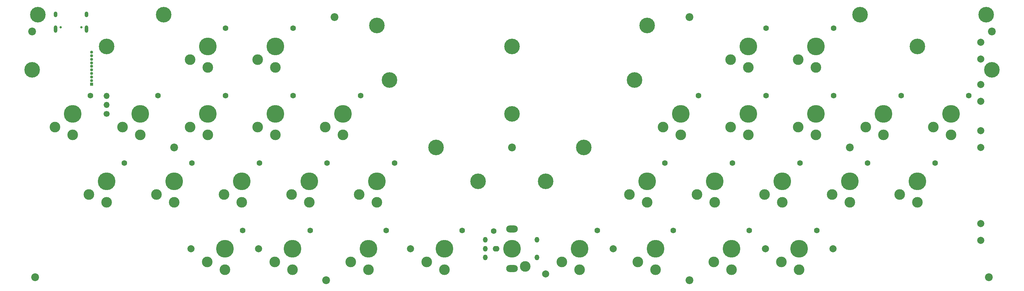
<source format=gts>
G04 #@! TF.GenerationSoftware,KiCad,Pcbnew,8.0.5*
G04 #@! TF.CreationDate,2024-09-18T06:09:18+09:00*
G04 #@! TF.ProjectId,SandyLP_Base,53616e64-794c-4505-9f42-6173652e6b69,v.0*
G04 #@! TF.SameCoordinates,Original*
G04 #@! TF.FileFunction,Soldermask,Top*
G04 #@! TF.FilePolarity,Negative*
%FSLAX46Y46*%
G04 Gerber Fmt 4.6, Leading zero omitted, Abs format (unit mm)*
G04 Created by KiCad (PCBNEW 8.0.5) date 2024-09-18 06:09:18*
%MOMM*%
%LPD*%
G01*
G04 APERTURE LIST*
%ADD10C,3.000000*%
%ADD11C,5.000000*%
%ADD12C,1.600000*%
%ADD13C,2.200000*%
%ADD14O,3.300000X2.000000*%
%ADD15O,1.900000X1.600000*%
%ADD16O,1.300000X1.600000*%
%ADD17C,2.000000*%
%ADD18C,0.650000*%
%ADD19O,1.000000X1.600000*%
%ADD20O,1.000000X2.100000*%
%ADD21C,3.600000*%
%ADD22C,4.400000*%
%ADD23R,0.850000X0.850000*%
%ADD24O,0.850000X0.850000*%
%ADD25C,1.700000*%
%ADD26O,1.700000X1.700000*%
G04 APERTURE END LIST*
D10*
X230371695Y-87903685D03*
D11*
X235371695Y-84153685D03*
D10*
X235371695Y-90103685D03*
D12*
X240371695Y-79003685D03*
D10*
X249421775Y-87903685D03*
D11*
X254421775Y-84153685D03*
D10*
X254421775Y-90103685D03*
D12*
X259421775Y-79003685D03*
D10*
X49395935Y-68853565D03*
D11*
X54395935Y-65103565D03*
D10*
X54395935Y-71053565D03*
D12*
X59395935Y-59953565D03*
D10*
X77970935Y-87903645D03*
D11*
X82970935Y-84153645D03*
D10*
X82970935Y-90103645D03*
D12*
X87970935Y-79003645D03*
D10*
X87495935Y-68853565D03*
D11*
X92495935Y-65103565D03*
D10*
X92495935Y-71053565D03*
D12*
X97495935Y-59953565D03*
D10*
X87495935Y-49803485D03*
D11*
X92495935Y-46053485D03*
D10*
X92495935Y-52003485D03*
D12*
X97495935Y-40903485D03*
D10*
X106545935Y-68853565D03*
D11*
X111545935Y-65103565D03*
D10*
X111545935Y-71053565D03*
D12*
X116545935Y-59953565D03*
D10*
X220846655Y-49803525D03*
D11*
X225846655Y-46053525D03*
D10*
X225846655Y-52003525D03*
D12*
X230846655Y-40903525D03*
D10*
X220846655Y-68853605D03*
D11*
X225846655Y-65103605D03*
D10*
X225846655Y-71053605D03*
D12*
X230846655Y-59953605D03*
D10*
X239896735Y-68853605D03*
D11*
X244896735Y-65103605D03*
D10*
X244896735Y-71053605D03*
D12*
X249896735Y-59953605D03*
D10*
X211321615Y-87903645D03*
D11*
X216321615Y-84153645D03*
D10*
X216321615Y-90103645D03*
D12*
X221321615Y-79003645D03*
D10*
X192271535Y-87903645D03*
D11*
X197271535Y-84153645D03*
D10*
X197271535Y-90103645D03*
D12*
X202271535Y-79003645D03*
D10*
X239896735Y-49803525D03*
D11*
X244896735Y-46053525D03*
D10*
X244896735Y-52003525D03*
D12*
X249896735Y-40903525D03*
D10*
X97020935Y-87903645D03*
D11*
X102020935Y-84153645D03*
D10*
X102020935Y-90103645D03*
D12*
X107020935Y-79003645D03*
D10*
X68445935Y-49803485D03*
D11*
X73445935Y-46053485D03*
D10*
X73445935Y-52003485D03*
D12*
X78445935Y-40903485D03*
D10*
X58920935Y-87903645D03*
D11*
X63920935Y-84153645D03*
D10*
X63920935Y-90103645D03*
D12*
X68920935Y-79003645D03*
D10*
X39870935Y-87903645D03*
D11*
X44870935Y-84153645D03*
D10*
X44870935Y-90103645D03*
D12*
X49870935Y-79003645D03*
D10*
X92258435Y-106953765D03*
D11*
X97258435Y-103203765D03*
D10*
X97258435Y-109153765D03*
D12*
X102258435Y-98053765D03*
D10*
X216083435Y-106953765D03*
D11*
X221083435Y-103203765D03*
D10*
X221083435Y-109153765D03*
D12*
X226083435Y-98053765D03*
D10*
X277995935Y-68853605D03*
D11*
X282995935Y-65103605D03*
D10*
X282995935Y-71053605D03*
D12*
X287995935Y-59953605D03*
D10*
X258945975Y-68853765D03*
D11*
X263945975Y-65103765D03*
D10*
X263945975Y-71053765D03*
D12*
X268945975Y-59953765D03*
D10*
X30345935Y-68853765D03*
D11*
X35345935Y-65103765D03*
D10*
X35345935Y-71053765D03*
D12*
X40345935Y-59953765D03*
D10*
X268472015Y-87903685D03*
D11*
X273472015Y-84153685D03*
D10*
X273472015Y-90103685D03*
D12*
X278472015Y-79003685D03*
D10*
X68445935Y-68853565D03*
D11*
X73445935Y-65103565D03*
D10*
X73445935Y-71053565D03*
D12*
X78445935Y-59953565D03*
D13*
X23895935Y-41840905D03*
X109164685Y-37719030D03*
X209177185Y-37719030D03*
D10*
X73208434Y-106953765D03*
D11*
X78208434Y-103203765D03*
D10*
X78208434Y-109153765D03*
D12*
X83208434Y-98053765D03*
D13*
X294445935Y-41840905D03*
D10*
X201796575Y-68853565D03*
D11*
X206796575Y-65103565D03*
D10*
X206796575Y-71053565D03*
D12*
X211796575Y-59953565D03*
D10*
X113689685Y-106953405D03*
D11*
X118689685Y-103203405D03*
D10*
X118689685Y-109153405D03*
D12*
X123689685Y-98053405D03*
D13*
X106783435Y-112087780D03*
X24695935Y-111287780D03*
D10*
X235133435Y-106953405D03*
D11*
X240133435Y-103203405D03*
D10*
X240133435Y-109153405D03*
D12*
X245133435Y-98053405D03*
D14*
X159170935Y-108803765D03*
D10*
X162920935Y-108203765D03*
D15*
X154670935Y-103203765D03*
D11*
X159170935Y-103203765D03*
D12*
X154020935Y-98203765D03*
D14*
X159170935Y-97603765D03*
D16*
X151670935Y-100703765D03*
X151670935Y-105703765D03*
X151670935Y-103203765D03*
X166170935Y-100703765D03*
X166170935Y-105703765D03*
D10*
X135121375Y-106953765D03*
D11*
X140121375Y-103203765D03*
D10*
X140121375Y-109153765D03*
D12*
X145121375Y-98053765D03*
D10*
X116070935Y-87903405D03*
D11*
X121070935Y-84153405D03*
D10*
X121070935Y-90103405D03*
D12*
X126070935Y-79003405D03*
D10*
X194652185Y-106953405D03*
D11*
X199652185Y-103203405D03*
D10*
X199652185Y-109153405D03*
D12*
X204652185Y-98053405D03*
D10*
X173220975Y-106953765D03*
D11*
X178220975Y-103203765D03*
D10*
X178220975Y-109153765D03*
D12*
X183220975Y-98053765D03*
D13*
X293645935Y-111287780D03*
X63920935Y-74628405D03*
X254420935Y-74628405D03*
X159170935Y-74628405D03*
X209177185Y-112087780D03*
D17*
X130595934Y-103203405D03*
X187745934Y-103203405D03*
X249658434Y-103203405D03*
X68683434Y-103203405D03*
X291330310Y-69865905D03*
X291330310Y-96059655D03*
X230608434Y-103203405D03*
X291330310Y-49625280D03*
X291330310Y-74628405D03*
X291330310Y-56769030D03*
X291330310Y-61531530D03*
D18*
X31955935Y-40647115D03*
X37735935Y-40647115D03*
D19*
X30525935Y-36997115D03*
D20*
X30525935Y-41177115D03*
D19*
X39165935Y-36997115D03*
D20*
X39165935Y-41177115D03*
D17*
X168696059Y-110347219D03*
X291330310Y-44862780D03*
X87733434Y-103203405D03*
D21*
X257345935Y-37078405D03*
D22*
X257345935Y-37078405D03*
D21*
X124642810Y-55578405D03*
D22*
X124642810Y-55578405D03*
D21*
X149645935Y-84153405D03*
D22*
X149645935Y-84153405D03*
D23*
X40658435Y-56684655D03*
D24*
X40658435Y-55684655D03*
X40658435Y-54684655D03*
X40658435Y-53684655D03*
X40658435Y-52684655D03*
X40658435Y-51684655D03*
X40658435Y-50684655D03*
X40658435Y-49684655D03*
X40658435Y-48684655D03*
X40658435Y-47684655D03*
D21*
X292845935Y-37078405D03*
D22*
X292845935Y-37078405D03*
D21*
X25495935Y-37078405D03*
D22*
X25495935Y-37078405D03*
D21*
X294445935Y-52678405D03*
D22*
X294445935Y-52678405D03*
D21*
X44870935Y-46053405D03*
D22*
X44870935Y-46053405D03*
D25*
X44870935Y-65128405D03*
D26*
X44870935Y-62588405D03*
X44870935Y-60048405D03*
D21*
X159170935Y-46053405D03*
D22*
X159170935Y-46053405D03*
D21*
X179411560Y-74628405D03*
D22*
X179411560Y-74628405D03*
D17*
X291330310Y-100822155D03*
D21*
X197270935Y-40100280D03*
D22*
X197270935Y-40100280D03*
D21*
X159170935Y-65103405D03*
D22*
X159170935Y-65103405D03*
D21*
X137739685Y-74628405D03*
D22*
X137739685Y-74628405D03*
D21*
X168695935Y-84153405D03*
D22*
X168695935Y-84153405D03*
D21*
X121070935Y-40100280D03*
D22*
X121070935Y-40100280D03*
D21*
X60995935Y-37078405D03*
D22*
X60995935Y-37078405D03*
D21*
X23895935Y-52678405D03*
D22*
X23895935Y-52678405D03*
D21*
X273470935Y-46053405D03*
D22*
X273470935Y-46053405D03*
D21*
X193699060Y-55578405D03*
D22*
X193699060Y-55578405D03*
M02*

</source>
